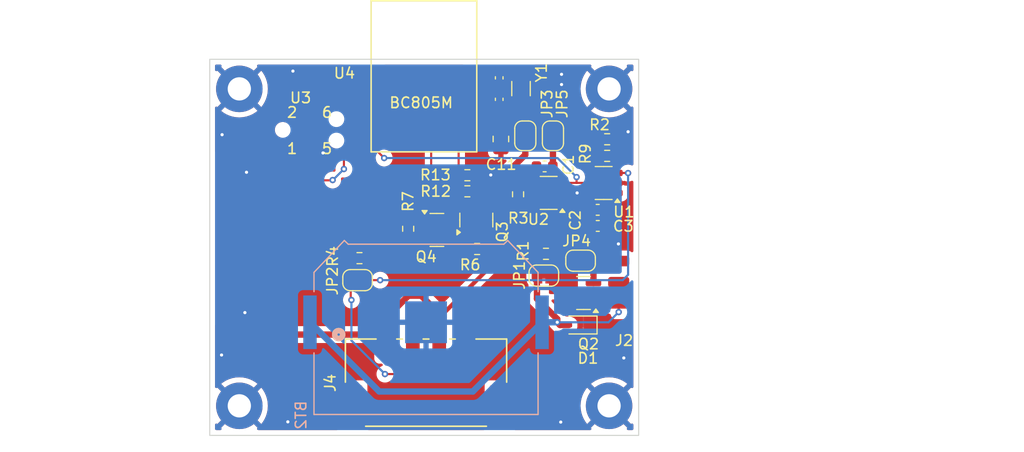
<source format=kicad_pcb>
(kicad_pcb (version 20240108) (generator "pcbnew") (generator_version "8.0")
  (layers (0 "F.Cu" signal) (31 "B.Cu" signal) (34 "B.Paste" user) (35 "F.Paste" user) (36 "B.SilkS" user "B.Silkscreen") (37 "F.SilkS" user "F.Silkscreen") (38 "B.Mask" user) (39 "F.Mask" user) (44 "Edge.Cuts" user))
  (net 0 "")
  (net 1 "+BATT")
  (net 2 "Net-(U2-CT)")
  (net 3 "GND")
  (net 4 "/Xa")
  (net 5 "/Xb")
  (net 6 "PWR_GATED")
  (net 7 "Net-(D1-A2)")
  (net 8 "/FLOW_SENSE")
  (net 9 "Net-(J2-Pin_3)")
  (net 10 "Net-(JP2-A)")
  (net 11 "/BATT_SENSE")
  (net 12 "Net-(Q3-G)")
  (net 13 "/SENSE_CTRL")
  (net 14 "Net-(U2-QOD)")
  (net 15 "/BATT_DIV")
  (net 16 "/DONE_SIGNAL")
  (net 17 "/NDRV")
  (net 18 "Net-(U3-NRST)")
  (net 20 "Net-(U3-SWDIO{slash}TMS)")
  (net 21 "Net-(U3-SWCLK{slash}TCK)")
  (net 23 "/VDD")
  (footprint "Package_TO_SOT_SMD:SOT-23-6" (layer "F.Cu") (at 32.0802 12.6492 180)
    (property "Reference" "U2" (at 0.9652 -2.5008 360) (layer "F.SilkS"))
    (property "Value" "TPS22917DBV")
    (pad "1" smd roundrect (at -1.1375 -0.95 180) (size 1.325 0.6) (layers "F.Cu" "F.Paste" "F.Mask") (net 1 "+BATT"))
    (pad "2" smd roundrect (at -1.1375 0 180) (size 1.325 0.6) (layers "F.Cu" "F.Paste" "F.Mask") (net 3 "GND"))
    (pad "3" smd roundrect (at -1.1375 0.95 180) (size 1.325 0.6) (layers "F.Cu" "F.Paste" "F.Mask") (net 17 "/NDRV"))
    (pad "4" smd roundrect (at 1.1375 0.95 180) (size 1.325 0.6) (layers "F.Cu" "F.Paste" "F.Mask") (net 2 "Net-(U2-CT)"))
    (pad "5" smd roundrect (at 1.1375 0 180) (size 1.325 0.6) (layers "F.Cu" "F.Paste" "F.Mask") (net 14 "Net-(U2-QOD)"))
    (pad "6" smd roundrect (at 1.1375 -0.95 180) (size 1.325 0.6) (layers "F.Cu" "F.Paste" "F.Mask") (net 6 "PWR_GATED"))
  )
  (footprint "FloMon:Test_Wire_Pad_x4" (layer "F.Cu") (at 38.7096 25.098 90)
    (property "Reference" "J2" (at -1.5212 0.508 360) (layer "F.SilkS"))
    (property "Value" "Conn_01x04")
    (pad "1" smd roundrect (at 0 0 90) (size 1 2) (layers "F.Cu" "F.Paste" "F.Mask") (net 3 "GND"))
    (pad "2" smd roundrect (at 2 0 90) (size 1 2) (layers "F.Cu" "F.Paste" "F.Mask") (net 7 "Net-(D1-A2)"))
    (pad "3" smd roundrect (at 4 0 90) (size 1 2) (layers "F.Cu" "F.Paste" "F.Mask") (net 9 "Net-(J2-Pin_3)"))
    (pad "4" smd roundrect (at 6 0 90) (size 1 2) (layers "F.Cu" "F.Paste" "F.Mask") (net 3 "GND"))
  )
  (footprint "Package_TO_SOT_SMD:SOT-23-6" (layer "F.Cu") (at 37.2872 11.7094 180)
    (property "Reference" "U1" (at -1.9128 -2.7406 180) (layer "F.SilkS"))
    (property "Value" "TPL5111")
    (pad "1" smd roundrect (at -1.1375 -0.95 180) (size 1.325 0.6) (layers "F.Cu" "F.Paste" "F.Mask") (net 1 "+BATT"))
    (pad "2" smd roundrect (at -1.1375 0 180) (size 1.325 0.6) (layers "F.Cu" "F.Paste" "F.Mask") (net 3 "GND"))
    (pad "3" smd roundrect (at -1.1375 0.95 180) (size 1.325 0.6) (layers "F.Cu" "F.Paste" "F.Mask") (net 10 "Net-(JP2-A)"))
    (pad "4" smd roundrect (at 1.1375 0.95 180) (size 1.325 0.6) (layers "F.Cu" "F.Paste" "F.Mask") (net 16 "/DONE_SIGNAL"))
    (pad "5" smd roundrect (at 1.1375 0 180) (size 1.325 0.6) (layers "F.Cu" "F.Paste" "F.Mask") (net 17 "/NDRV"))
    (pad "6" smd roundrect (at 1.1375 -0.95 180) (size 1.325 0.6) (layers "F.Cu" "F.Paste" "F.Mask") (net 1 "+BATT"))
  )
  (footprint "Resistor_SMD:R_0603_1608Metric" (layer "F.Cu") (at 14.1732 18.8214)
    (property "Reference" "R4" (at -2.54 -0.1714 90) (layer "F.SilkS"))
    (property "Value" "330k")
    (pad "1" smd roundrect (at -0.825 0) (size 0.8 0.95) (layers "F.Cu" "F.Paste" "F.Mask") (net 8 "/FLOW_SENSE"))
    (pad "2" smd roundrect (at 0.825 0) (size 0.8 0.95) (layers "F.Cu" "F.Paste" "F.Mask") (net 3 "GND"))
  )
  (footprint "Capacitor_SMD:C_0402_1005Metric" (layer "F.Cu") (at 27.4 3.79 -90)
    (property "Reference" "C9" (hide yes))
    (property "Value" "12pF C0G")
    (pad "1" smd roundrect (at -0.48 0 270) (size 0.56 0.62) (layers "F.Cu" "F.Paste" "F.Mask") (net 3 "GND"))
    (pad "2" smd roundrect (at 0.48 0 270) (size 0.56 0.62) (layers "F.Cu" "F.Paste" "F.Mask") (net 4 "/Xa"))
  )
  (footprint "Resistor_SMD:R_0603_1608Metric" (layer "F.Cu") (at 29.1846 12.7762 -90)
    (property "Reference" "R3" (at 2.2606 -0.0254 180) (layer "F.SilkS"))
    (property "Value" "~")
    (pad "1" smd roundrect (at -0.825 0 270) (size 0.8 0.95) (layers "F.Cu" "F.Paste" "F.Mask") (net 14 "Net-(U2-QOD)"))
    (pad "2" smd roundrect (at 0.825 0 270) (size 0.8 0.95) (layers "F.Cu" "F.Paste" "F.Mask") (net 6 "PWR_GATED"))
  )
  (footprint "Capacitor_SMD:C_0603_1608Metric" (layer "F.Cu") (at 36.7284 15.7734)
    (property "Reference" "C3" (at 2.4216 0.0266 180) (layer "F.SilkS"))
    (property "Value" "100nF")
    (pad "1" smd roundrect (at -0.775 0) (size 0.9 0.95) (layers "F.Cu" "F.Paste" "F.Mask") (net 1 "+BATT"))
    (pad "2" smd roundrect (at 0.775 0) (size 0.9 0.95) (layers "F.Cu" "F.Paste" "F.Mask") (net 3 "GND"))
  )
  (footprint "Capacitor_SMD:C_0805_2012Metric" (layer "F.Cu") (at 27.559 7.5438 -90)
    (property "Reference" "C11" (at 2.413 -0.0254 0) (layer "F.SilkS"))
    (property "Value" "10uF")
    (pad "1" smd roundrect (at -0.95 0 270) (size 1 1.45) (layers "F.Cu" "F.Paste" "F.Mask") (net 23 "/VDD"))
    (pad "2" smd roundrect (at 0.95 0 270) (size 1 1.45) (layers "F.Cu" "F.Paste" "F.Mask") (net 3 "GND"))
  )
  (footprint "Capacitor_SMD:C_0603_1608Metric" (layer "F.Cu") (at 31.6992 10.1346 180)
    (property "Reference" "C1" (at -2.2508 0.1346 90) (layer "F.SilkS"))
    (property "Value" "~")
    (pad "1" smd roundrect (at -0.775 0 180) (size 0.9 0.95) (layers "F.Cu" "F.Paste" "F.Mask") (net 1 "+BATT"))
    (pad "2" smd roundrect (at 0.775 0 180) (size 0.9 0.95) (layers "F.Cu" "F.Paste" "F.Mask") (net 2 "Net-(U2-CT)"))
  )
  (footprint "Resistor_SMD:R_0603_1608Metric" (layer "F.Cu") (at 18.7819 16.0415 -90)
    (property "Reference" "R7" (at -2.5806 0.0067 90) (layer "F.SilkS"))
    (property "Value" "22k")
    (pad "1" smd roundrect (at -0.825 0 270) (size 0.8 0.95) (layers "F.Cu" "F.Paste" "F.Mask") (net 13 "/SENSE_CTRL"))
    (pad "2" smd roundrect (at 0.825 0 270) (size 0.8 0.95) (layers "F.Cu" "F.Paste" "F.Mask") (net 3 "GND"))
  )
  (footprint "FloMon:TC2030-IDC-NL" (layer "F.Cu") (at 9.4488 6.6802)
    (property "Reference" "U3" (at -0.8488 -3.0302 0) (layer "F.SilkS"))
    (property "Value" "TC2030")
    (fp_text user "5" (at 1.651 1.778 0) (layer "F.SilkS") (effects (font (thickness 0.153) (bold yes))))
    (fp_text user "6" (at 1.651 -1.651 0) (layer "F.SilkS") (effects (font (thickness 0.153))))
    (fp_text user "1" (at -1.651 1.778 0) (layer "F.SilkS") (effects (font (thickness 0.153))))
    (fp_text user "2" (at -1.651 -1.651 0) (layer "F.SilkS") (effects (font (thickness 0.153))))
    (pad "" np_thru_hole circle (at -2.54 0) (size 0.991 0.991) (drill 0.991) (layers "*.Cu" "*.Mask"))
    (pad "" np_thru_hole circle (at 2.54 -1.015) (size 0.991 0.991) (drill 0.991) (layers "*.Cu" "*.Mask"))
    (pad "" np_thru_hole circle (at 2.54 1.015) (size 0.991 0.991) (drill 0.991) (layers "*.Cu" "*.Mask"))
    (pad "1" smd circle (at -1.27 0.635) (size 0.787 0.787) (layers "F.Cu" "F.Mask") (net 1 "+BATT"))
    (pad "2" smd circle (at -1.27 -0.635) (size 0.787 0.787) (layers "F.Cu" "F.Mask") (net 20 "Net-(U3-SWDIO{slash}TMS)"))
    (pad "3" smd circle (at 0 0.635) (size 0.787 0.787) (layers "F.Cu" "F.Mask") (net 18 "Net-(U3-NRST)"))
    (pad "4" smd circle (at 0 -0.635) (size 0.787 0.787) (layers "F.Cu" "F.Mask") (net 21 "Net-(U3-SWCLK{slash}TCK)"))
    (pad "5" smd circle (at 1.27 0.635) (size 0.787 0.787) (layers "F.Cu" "F.Mask") (net 3 "GND"))
    (pad "6" smd circle (at 1.27 -0.635) (size 0.787 0.787) (layers "F.Cu" "F.Mask"))
  )
  (footprint "Package_TO_SOT_SMD:SOT-23" (layer "F.Cu") (at 21.4997 16.1544)
    (property "Reference" "Q4" (at -1.016 2.5456 360) (layer "F.SilkS"))
    (property "Value" "2N7002")
    (pad "1" smd roundrect (at -0.9375 -0.95) (size 1.475 0.6) (layers "F.Cu" "F.Paste" "F.Mask") (net 13 "/SENSE_CTRL"))
    (pad "2" smd roundrect (at -0.9375 0.95) (size 1.475 0.6) (layers "F.Cu" "F.Paste" "F.Mask") (net 3 "GND"))
    (pad "3" smd roundrect (at 0.9375 0) (size 1.475 0.6) (layers "F.Cu" "F.Paste" "F.Mask") (net 12 "Net-(Q3-G)"))
  )
  (footprint "Jumper:SolderJumper-2_P1.3mm_Bridged_RoundedPad1.0x1.5mm" (layer "F.Cu") (at 13.9954 20.9042 180)
    (property "Reference" "JP2" (at 2.3876 -0.0762 90) (layer "F.SilkS"))
    (property "Value" "~")
    (fp_poly (pts (xy 0.25 -0.3) (xy -0.25 -0.3) (xy -0.25 0.3) (xy 0.25 0.3)) (fill solid) (layer "F.Cu"))
    (pad "1" smd custom (at -0.65 0 180) (size 1 0.5) (layers "F.Cu" "F.Mask") (net 10 "Net-(JP2-A)") (options (clearance outline) (anchor rect)) (primitives (gr_circle (center 0 0.25) (end 0.5 0.25) (width 0) (fill yes)) (gr_circle (center 0 -0.25) (end 0.5 -0.25) (width 0) (fill yes)) (gr_poly (pts (xy 0.5 0.75) (xy 0 0.75) (xy 0 -0.75) (xy 0.5 -0.75)) (width 0) (fill yes))))
    (pad "2" smd custom (at 0.65 0 180) (size 1 0.5) (layers "F.Cu" "F.Mask") (net 8 "/FLOW_SENSE") (options (clearance outline) (anchor rect)) (primitives (gr_circle (center 0 0.25) (end 0.5 0.25) (width 0) (fill yes)) (gr_circle (center 0 -0.25) (end 0.5 -0.25) (width 0) (fill yes)) (gr_poly (pts (xy 0 0.75) (xy -0.5 0.75) (xy -0.5 -0.75) (xy 0 -0.75)) (width 0) (fill yes))))
  )
  (footprint "Capacitor_SMD:C_0402_1005Metric" (layer "F.Cu") (at 27.4 1.758 90)
    (property "Reference" "C10" (hide yes))
    (property "Value" "12pF C0G")
    (pad "1" smd roundrect (at -0.48 0 90) (size 0.56 0.62) (layers "F.Cu" "F.Paste" "F.Mask") (net 3 "GND"))
    (pad "2" smd roundrect (at 0.48 0 90) (size 0.56 0.62) (layers "F.Cu" "F.Paste" "F.Mask") (net 5 "/Xb"))
  )
  (footprint "Capacitor_SMD:C_0603_1608Metric" (layer "F.Cu") (at 36.7229 14.2494)
    (property "Reference" "C2" (at -2.1281 0.9906 -90) (layer "F.SilkS"))
    (property "Value" "100nF")
    (pad "1" smd roundrect (at -0.775 0) (size 0.9 0.95) (layers "F.Cu" "F.Paste" "F.Mask") (net 1 "+BATT"))
    (pad "2" smd roundrect (at 0.775 0) (size 0.9 0.95) (layers "F.Cu" "F.Paste" "F.Mask") (net 3 "GND"))
  )
  (footprint "Resistor_SMD:R_0603_1608Metric" (layer "F.Cu") (at 31.8249 18.4137)
    (property "Reference" "R1" (at -2.1577 -0.2637 90) (layer "F.SilkS"))
    (property "Value" "10R")
    (pad "1" smd roundrect (at -0.825 0) (size 0.8 0.95) (layers "F.Cu" "F.Paste" "F.Mask") (net 7 "Net-(D1-A2)"))
    (pad "2" smd roundrect (at 0.825 0) (size 0.8 0.95) (layers "F.Cu" "F.Paste" "F.Mask") (net 9 "Net-(J2-Pin_3)"))
  )
  (footprint "Resistor_SMD:R_0603_1608Metric" (layer "F.Cu") (at 25.3097 17.9578 180)
    (property "Reference" "R6" (at 0.6604 -1.4986 360) (layer "F.SilkS"))
    (property "Value" "22k")
    (pad "1" smd roundrect (at -0.825 0 180) (size 0.8 0.95) (layers "F.Cu" "F.Paste" "F.Mask") (net 1 "+BATT"))
    (pad "2" smd roundrect (at 0.825 0 180) (size 0.8 0.95) (layers "F.Cu" "F.Paste" "F.Mask") (net 12 "Net-(Q3-G)"))
  )
  (footprint "FloMon:CONN4_S4B-XH_JST" (layer "F.Cu") (at 20.4724 30.607 180)
    (property "Reference" "J4" (at 9.0678 -0.0254 90) (layer "F.SilkS"))
    (property "Value" "S4B-XH-SM4-TB")
    (pad "1" smd rect (at 3.75 4.549501 180) (size 1.2954 4.4958) (layers "F.Cu" "F.Paste" "F.Mask") (net 1 "+BATT"))
    (pad "2" smd rect (at 1.25 4.549501 180) (size 1.2954 4.4958) (layers "F.Cu" "F.Paste" "F.Mask") (net 8 "/FLOW_SENSE"))
    (pad "3" smd rect (at -1.25 4.549501 180) (size 1.2954 4.4958) (layers "F.Cu" "F.Paste" "F.Mask") (net 1 "+BATT"))
    (pad "4" smd rect (at -3.75 4.549501 180) (size 1.2954 4.4958) (layers "F.Cu" "F.Paste" "F.Mask") (net 8 "/FLOW_SENSE"))
    (pad "5" smd rect (at -6.949999 -2.240499 180) (size 1.8034 3.9116) (layers "F.Cu" "F.Paste" "F.Mask"))
    (pad "6" smd rect (at 6.949999 -2.240499 180) (size 1.8034 3.9116) (layers "F.Cu" "F.Paste" "F.Mask"))
  )
  (footprint "Jumper:SolderJumper-2_P1.3mm_Bridged_RoundedPad1.0x1.5mm" (layer "F.Cu") (at 31.623 20.4724 180)
    (property "Reference" "JP1" (at 2.3114 0.0254 90) (layer "F.SilkS"))
    (property "Value" "~")
    (fp_poly (pts (xy 0.25 -0.3) (xy -0.25 -0.3) (xy -0.25 0.3) (xy 0.25 0.3)) (fill solid) (layer "F.Cu"))
    (pad "1" smd custom (at -0.65 0 180) (size 1 0.5) (layers "F.Cu" "F.Mask") (net 9 "Net-(J2-Pin_3)") (options (clearance outline) (anchor rect)) (primitives (gr_circle (center 0 0.25) (end 0.5 0.25) (width 0) (fill yes)) (gr_circle (center 0 -0.25) (end 0.5 -0.25) (width 0) (fill yes)) (gr_poly (pts (xy 0.5 0.75) (xy 0 0.75) (xy 0 -0.75) (xy 0.5 -0.75)) (width 0) (fill yes))))
    (pad "2" smd custom (at 0.65 0 180) (size 1 0.5) (layers "F.Cu" "F.Mask") (net 7 "Net-(D1-A2)") (options (clearance outline) (anchor rect)) (primitives (gr_circle (center 0 0.25) (end 0.5 0.25) (width 0) (fill yes)) (gr_circle (center 0 -0.25) (end 0.5 -0.25) (width 0) (fill yes)) (gr_poly (pts (xy 0 0.75) (xy -0.5 0.75) (xy -0.5 -0.75) (xy 0 -0.75)) (width 0) (fill yes))))
  )
  (footprint "Diode_SMD:D_SOD-323" (layer "F.Cu") (at 35.05 25.15 180)
    (property "Reference" "D1" (at -0.75 -3.15 360) (layer "F.SilkS"))
    (property "Value" "5V")
    (pad "1" smd roundrect (at -1.05 0 180) (size 0.6 0.45) (layers "F.Cu" "F.Paste" "F.Mask") (net 3 "GND"))
    (pad "2" smd roundrect (at 1.05 0 180) (size 0.6 0.45) (layers "F.Cu" "F.Paste" "F.Mask") (net 7 "Net-(D1-A2)"))
  )
  (footprint "Jumper:SolderJumper-2_P1.3mm_Open_RoundedPad1.0x1.5mm" (layer "F.Cu") (at 32.4866 7.239 90)
    (property "Reference" "JP5" (at 3.0226 0.8634 90) (layer "F.SilkS"))
    (property "Value" "~")
    (pad "1" smd custom (at -0.65 0 90) (size 1 0.5) (layers "F.Cu" "F.Mask") (net 1 "+BATT") (options (clearance outline) (anchor rect)) (primitives (gr_circle (center 0 0.25) (end 0.5 0.25) (width 0) (fill yes)) (gr_circle (center 0 -0.25) (end 0.5 -0.25) (width 0) (fill yes)) (gr_poly (pts (xy 0.5 0.75) (xy 0 0.75) (xy 0 -0.75) (xy 0.5 -0.75)) (width 0) (fill yes))))
    (pad "2" smd custom (at 0.65 0 90) (size 1 0.5) (layers "F.Cu" "F.Mask") (net 23 "/VDD") (options (clearance outline) (anchor rect)) (primitives (gr_circle (center 0 0.25) (end 0.5 0.25) (width 0) (fill yes)) (gr_circle (center 0 -0.25) (end 0.5 -0.25) (width 0) (fill yes)) (gr_poly (pts (xy 0 0.75) (xy -0.5 0.75) (xy -0.5 -0.75) (xy 0 -0.75)) (width 0) (fill yes))))
  )
  (footprint "Resistor_SMD:R_0603_1608Metric" (layer "F.Cu") (at 24.384 12.4968 180)
    (property "Reference" "R12" (at 2.9972 0 360) (layer "F.SilkS"))
    (property "Value" "100k")
    (pad "1" smd roundrect (at -0.825 0 180) (size 0.8 0.95) (layers "F.Cu" "F.Paste" "F.Mask") (net 11 "/BATT_SENSE"))
    (pad "2" smd roundrect (at 0.825 0 180) (size 0.8 0.95) (layers "F.Cu" "F.Paste" "F.Mask") (net 15 "/BATT_DIV"))
  )
  (footprint "FloMon:Crystal_SMD_3215-2Pin_3.2x1.5mm" (layer "F.Cu") (at 29.464 2.774 90)
    (property "Reference" "Y1" (at 1.504 1.9304 90) (layer "F.SilkS"))
    (property "Value" "32.768kHz")
    (pad "1" smd rect (at 1.25 0 90) (size 1 1.8) (layers "F.Cu" "F.Paste" "F.Mask") (net 5 "/Xb"))
    (pad "2" smd rect (at -1.25 0 90) (size 1 1.8) (layers "F.Cu" "F.Paste" "F.Mask") (net 4 "/Xa"))
  )
  (footprint "Resistor_SMD:R_0603_1608Metric" (layer "F.Cu") (at 37.6174 9.144 180)
    (property "Reference" "R9" (at 2.0674 0.194 -90) (layer "F.SilkS"))
    (property "Value" "330k")
    (pad "1" smd roundrect (at -0.825 0 180) (size 0.8 0.95) (layers "F.Cu" "F.Paste" "F.Mask") (net 10 "Net-(JP2-A)"))
    (pad "2" smd roundrect (at 0.825 0 180) (size 0.8 0.95) (layers "F.Cu" "F.Paste" "F.Mask") (net 3 "GND"))
  )
  (footprint "FloMon:BC805M_No_Paste" (layer "F.Cu") (at 15.275 8.7625)
    (property "Reference" "U4" (at -2.5242 -7.4417 0) (layer "F.SilkS"))
    (property "Value" "BC805M" (hide yes))
    (fp_text user "BC805M" (at 4.7402 -4.6477 0) (layer "F.SilkS"))
    (pad "1" smd rect (at 0 -7.68) (size 1.5 0.7) (layers "F.Cu" "F.Paste" "F.Mask") (net 20 "Net-(U3-SWDIO{slash}TMS)"))
    (pad "2" smd rect (at 0 -6.58) (size 1.5 0.7) (layers "F.Cu" "F.Paste" "F.Mask") (net 21 "Net-(U3-SWCLK{slash}TCK)"))
    (pad "3" smd rect (at 0.05 -5.48) (size 1.5 0.7) (layers "F.Cu" "F.Paste" "F.Mask"))
    (pad "4" smd rect (at 0 -4.38) (size 1.5 0.7) (layers "F.Cu" "F.Paste" "F.Mask") (net 18 "Net-(U3-NRST)"))
    (pad "5" smd rect (at 0 -3.28) (size 1.5 0.7) (layers "F.Cu" "F.Paste" "F.Mask"))
    (pad "6" smd rect (at 0 -2.18) (size 1.5 0.7) (layers "F.Cu" "F.Paste" "F.Mask") (net 8 "/FLOW_SENSE"))
    (pad "7" smd rect (at 0 -1.08) (size 1.5 0.7) (layers "F.Cu" "F.Paste" "F.Mask") (net 17 "/NDRV"))
    (pad "8" smd rect (at 10 -1.08) (size 1.5 0.7) (layers "F.Cu" "F.Paste" "F.Mask") (net 3 "GND"))
    (pad "9" smd rect (at 10 -2.18) (size 1.5 0.7) (layers "F.Cu" "F.Paste" "F.Mask") (net 23 "/VDD"))
    (pad "10" smd rect (at 10 -3.28) (size 1.5 0.7) (layers "F.Cu" "F.Paste" "F.Mask") (net 15 "/BATT_DIV"))
    (pad "11" smd rect (at 10 -4.38) (size 1.5 0.7) (layers "F.Cu" "F.Paste" "F.Mask") (net 13 "/SENSE_CTRL"))
    (pad "12" smd rect (at 10.05 -5.48) (size 1.5 0.7) (layers "F.Cu" "F.Paste" "F.Mask") (net 16 "/DONE_SIGNAL"))
    (pad "13" smd rect (at 10 -6.58) (size 1.5 0.7) (layers "F.Cu" "F.Paste" "F.Mask") (net 4 "/Xa"))
    (pad "14" smd rect (at 10 -7.68) (size 1.5 0.7) (layers "F.Cu" "F.Paste" "F.Mask") (net 5 "/Xb"))
  )
  (footprint "MountingHole:MountingHole_2.2mm_M2_Pad" (layer "F.Cu") (at 37.8 32.8)
    (property "Reference" "H4" (hide yes))
    (property "Value" "M3")
    (pad "1" thru_hole circle (at 0 0) (size 4.4 4.4) (drill 2.2) (layers "*.Cu" "*.Mask") (net 3 "GND"))
  )
  (footprint "MountingHole:MountingHole_2.2mm_M2_Pad" (layer "F.Cu") (at 2.8 32.8)
    (property "Reference" "H3" (hide yes))
    (property "Value" "M3")
    (pad "1" thru_hole circle (at 0 0) (size 4.4 4.4) (drill 2.2) (layers "*.Cu" "*.Mask") (net 3 "GND"))
  )
  (footprint "Jumper:SolderJumper-2_P1.3mm_Open_RoundedPad1.0x1.5mm" (layer "F.Cu") (at 35.1028 19.0613)
    (property "Reference" "JP4" (at -0.381 -1.8655 180) (layer "F.SilkS"))
    (property "Value" "SolderJumper_2_Open")
    (pad "1" smd custom (at -0.65 0) (size 1 0.5) (layers "F.Cu" "F.Mask") (net 9 "Net-(J2-Pin_3)") (options (clearance outline) (anchor rect)) (primitives (gr_circle (center 0 0.25) (end 0.5 0.25) (width 0) (fill yes)) (gr_circle (center 0 -0.25) (end 0.5 -0.25) (width 0) (fill yes)) (gr_poly (pts (xy 0.5 0.75) (xy 0 0.75) (xy 0 -0.75) (xy 0.5 -0.75)) (width 0) (fill yes))))
    (pad "2" smd custom (at 0.65 0) (size 1 0.5) (layers "F.Cu" "F.Mask") (net 1 "+BATT") (options (clearance outline) (anchor rect)) (primitives (gr_circle (center 0 0.25) (end 0.5 0.25) (width 0) (fill yes)) (gr_circle (center 0 -0.25) (end 0.5 -0.25) (width 0) (fill yes)) (gr_poly (pts (xy 0 0.75) (xy -0.5 0.75) (xy -0.5 -0.75) (xy 0 -0.75)) (width 0) (fill yes))))
  )
  (footprint "Jumper:SolderJumper-2_P1.3mm_Bridged_RoundedPad1.0x1.5mm" (layer "F.Cu") (at 29.8704 7.239 90)
    (property "Reference" "JP3" (at 3.0226 2.0574 -90) (layer "F.SilkS"))
    (property "Value" "~")
    (fp_poly (pts (xy 0.25 -0.3) (xy -0.25 -0.3) (xy -0.25 0.3) (xy 0.25 0.3)) (fill solid) (layer "F.Cu"))
    (pad "1" smd custom (at -0.65 0 90) (size 1 0.5) (layers "F.Cu" "F.Mask") (net 6 "PWR_GATED") (options (clearance outline) (anchor rect)) (primitives (gr_circle (center 0 0.25) (end 0.5 0.25) (width 0) (fill yes)) (gr_circle (center 0 -0.25) (end 0.5 -0.25) (width 0) (fill yes)) (gr_poly (pts (xy 0.5 0.75) (xy 0 0.75) (xy 0 -0.75) (xy 0.5 -0.75)) (width 0) (fill yes))))
    (pad "2" smd custom (at 0.65 0 90) (size 1 0.5) (layers "F.Cu" "F.Mask") (net 23 "/VDD") (options (clearance outline) (anchor rect)) (primitives (gr_circle (center 0 0.25) (end 0.5 0.25) (width 0) (fill yes)) (gr_circle (center 0 -0.25) (end 0.5 -0.25) (width 0) (fill yes)) (gr_poly (pts (xy 0 0.75) (xy -0.5 0.75) (xy -0.5 -0.75) (xy 0 -0.75)) (width 0) (fill yes))))
  )
  (footprint "MountingHole:MountingHole_2.2mm_M2_Pad" (layer "F.Cu") (at 37.8 2.8)
    (property "Reference" "H2" (hide yes))
    (property "Value" "M3")
    (pad "1" thru_hole circle (at 0 0) (size 4.4 4.4) (drill 2.2) (layers "*.Cu" "*.Mask") (net 3 "GND"))
  )
  (footprint "Package_TO_SOT_SMD:SOT-23" (layer "F.Cu") (at 25.2335 15.2146 90)
    (property "Reference" "Q3" (at -1.1176 2.4525 90) (layer "F.SilkS"))
    (property "Value" "Q_PMOS_GSD")
    (pad "1" smd roundrect (at -0.9375 -0.95 90) (size 1.475 0.6) (layers "F.Cu" "F.Paste" "F.Mask") (net 12 "Net-(Q3-G)"))
    (pad "2" smd roundrect (at -0.9375 0.95 90) (size 1.475 0.6) (layers "F.Cu" "F.Paste" "F.Mask") (net 1 "+BATT"))
    (pad "3" smd roundrect (at 0.9375 0 90) (size 1.475 0.6) (layers "F.Cu" "F.Paste" "F.Mask") (net 11 "/BATT_SENSE"))
  )
  (footprint "Package_TO_SOT_SMD:SOT-23" (layer "F.Cu") (at 35.3822 22.1234 180)
    (property "Reference" "Q2" (at -0.4678 -4.8266 180) (layer "F.SilkS"))
    (property "Value" "Q_PMOS_GSD")
    (pad "1" smd roundrect (at -0.9375 -0.95 180) (size 1.475 0.6) (layers "F.Cu" "F.Paste" "F.Mask") (net 3 "GND"))
    (pad "2" smd roundrect (at -0.9375 0.95 180) (size 1.475 0.6) (layers "F.Cu" "F.Paste" "F.Mask") (net 1 "+BATT"))
    (pad "3" smd roundrect (at 0.9375 0 180) (size 1.475 0.6) (layers "F.Cu" "F.Paste" "F.Mask") (net 9 "Net-(J2-Pin_3)"))
  )
  (footprint "MountingHole:MountingHole_2.2mm_M2_Pad" (layer "F.Cu") (at 2.8 2.8)
    (property "Reference" "H1" (hide yes))
    (property "Value" "M3")
    (pad "1" thru_hole circle (at 0 0) (size 4.4 4.4) (drill 2.2) (layers "*.Cu" "*.Mask") (net 3 "GND"))
  )
  (footprint "Resistor_SMD:R_0603_1608Metric" (layer "F.Cu") (at 37.6174 7.5692 180)
    (property "Reference" "R2" (at 0.7174 1.3692 180) (layer "F.SilkS"))
    (property "Value" "330k")
    (pad "1" smd roundrect (at -0.825 0 180) (size 0.8 0.95) (layers "F.Cu" "F.Paste" "F.Mask") (net 10 "Net-(JP2-A)"))
    (pad "2" smd roundrect (at 0.825 0 180) (size 0.8 0.95) (layers "F.Cu" "F.Paste" "F.Mask") (net 3 "GND"))
  )
  (footprint "Resistor_SMD:R_0603_1608Metric" (layer "F.Cu") (at 24.384 10.9728)
    (property "Reference" "R13" (at -3.0226 -0.0254 180) (layer "F.SilkS"))
    (property "Value" "100k")
    (pad "1" smd roundrect (at -0.825 0) (size 0.8 0.95) (layers "F.Cu" "F.Paste" "F.Mask") (net 15 "/BATT_DIV"))
    (pad "2" smd roundrect (at 0.825 0) (size 0.8 0.95) (layers "F.Cu" "F.Paste" "F.Mask") (net 3 "GND"))
  )
  (footprint "3034TR:BAT_3034TR" (layer "B.Cu") (at 20.4724 24.892 180)
    (property "Reference" "BT2" (at 11.8364 -8.7884 90) (layer "B.SilkS") (effects (justify mirror)))
    (property "Value" "3034TR")
    (pad "N" smd rect (at 0 0 180) (size 3.96 3.96) (layers "B.Cu" "B.Mask") (net 3 "GND"))
    (pad "P1" smd rect (at -10.985 0 180) (size 1.27 5.08) (layers "B.Cu" "B.Paste" "B.Mask") (net 7 "Net-(D1-A2)"))
    (pad "P2" smd rect (at 10.985 0 180) (size 1.27 5.08) (layers "B.Cu" "B.Paste" "B.Mask") (net 7 "Net-(D1-A2)"))
  )
  (gr_rect (start 0 0) (end 40.6 35.6) (stroke (width 0.1)) (fill none) (layer "Edge.Cuts"))
  (segment (start 2.032 8.6106) (end 2.032 8.5852) (width 0.6) (layer "F.Cu") (net 1))
  (segment (start 21.7224 24.0846) (end 21.7224 26.057499) (width 0.6) (layer "F.Cu") (net 1))
  (segment (start 6.9088 8.5852) (end 8.1788 7.3152) (width 0.6) (layer "F.Cu") (net 1))
  (segment (start 32.4866 10.1222) (end 32.4742 10.1346) (width 0.6) (layer "F.Cu") (net 1))
  (segment (start 26.1835 16.1521) (end 26.1835 17.909) (width 0.2) (layer "F.Cu") (net 1))
  (segment (start 32.4866 7.889) (end 32.4866 10.1222) (width 0.6) (layer "F.Cu") (net 1))
  (segment (start 30.027599 16.1521) (end 34.6225 16.1521) (width 0.4) (layer "F.Cu") (net 1))
  (segment (start 21.7224 24.457299) (end 26.92525 19.25445) (width 0.4) (layer "F.Cu") (net 1))
  (segment (start 18.802299 22.3774) (end 20.0152 22.3774) (width 0.6) (layer "F.Cu") (net 1))
  (segment (start 36.3197 20.1304) (end 36.3197 21.1734) (width 0.6) (layer "F.Cu") (net 1))
  (segment (start 35.7528 19.0613) (end 36.322 19.6305) (width 0.6) (layer "F.Cu") (net 1))
  (segment (start 32.3444 13.5992) (end 33.2177 13.5992) (width 0.3) (layer "F.Cu") (net 1))
  (segment (start 32.4742 10.1346) (end 32.4742 10.528) (width 0.2) (layer "F.Cu") (net 1))
  (segment (start 16.7224 24.457299) (end 18.802299 22.3774) (width 0.6) (layer "F.Cu") (net 1))
  (segment (start 1.3208 24.5872) (end 1.3208 9.3218) (width 0.6) (layer "F.Cu") (net 1))
  (segment (start 36.322 20.1281) (end 36.3197 20.1304) (width 0.6) (layer "F.Cu") (net 1))
  (segment (start 32.0294 10.9728) (end 32.0294 13.2842) (width 0.3) (layer "F.Cu") (net 1))
  (segment (start 32.0294 13.2842) (end 32.3444 13.5992) (width 0.3) (layer "F.Cu") (net 1))
  (segment (start 32.4742 10.528) (end 32.0294 10.9728) (width 0.3) (layer "F.Cu") (net 1))
  (segment (start 36.322 19.6305) (end 36.322 20.1281) (width 0.6) (layer "F.Cu") (net 1))
  (segment (start 2.032 8.5852) (end 6.9088 8.5852) (width 0.6) (layer "F.Cu") (net 1))
  (segment (start 36.1497 12.6594) (end 36.1497 14.0476) (width 0.6) (layer "F.Cu") (net 1))
  (segment (start 26.1835 17.909) (end 26.1347 17.9578) (width 0.2) (layer "F.Cu") (net 1))
  (segment (start 16.7224 26.057499) (end 16.7224 24.457299) (width 0.6) (layer "F.Cu") (net 1))
  (segment (start 2.791099 26.057499) (end 1.3208 24.5872) (width 0.6) (layer "F.Cu") (net 1))
  (segment (start 38.4247 12.6594) (end 36.1497 12.6594) (width 0.6) (layer "F.Cu") (net 1))
  (segment (start 26.1347 18.4639) (end 26.92525 19.25445) (width 0.2) (layer "F.Cu") (net 1))
  (segment (start 16.7224 26.057499) (end 2.791099 26.057499) (width 0.6) (layer "F.Cu") (net 1))
  (segment (start 36.1497 14.0476) (end 35.9479 14.2494) (width 0.6) (layer "F.Cu") (net 1))
  (segment (start 20.0152 22.3774) (end 21.7224 24.0846) (width 0.6) (layer "F.Cu") (net 1))
  (segment (start 21.7224 26.057499) (end 21.7224 24.457299) (width 0.4) (layer "F.Cu") (net 1))
  (segment (start 26.92525 19.25445) (end 30.027599 16.1521) (width 0.4) (layer "F.Cu") (net 1))
  (segment (start 26.1347 17.9578) (end 26.1347 18.4639) (width 0.2) (layer "F.Cu") (net 1))
  (segment (start 1.3208 9.3218) (end 2.032 8.6106) (width 0.6) (layer "F.Cu") (net 1))
  (segment (start 30.9242 11.6807) (end 30.9427 11.6992) (width 0.2) (layer "F.Cu") (net 2))
  (segment (start 30.9242 10.1346) (end 30.9242 11.6807) (width 0.2) (layer "F.Cu") (net 2))
  (segment (start 33.2177 12.6492) (end 34.7726 12.6492) (width 0.2) (layer "F.Cu") (net 3))
  (segment (start 27.4 2.774) (end 27.4 3.31) (width 0.2) (layer "F.Cu") (net 3))
  (segment (start 27.559 8.4938) (end 26.4562 8.4938) (width 0.2) (layer "F.Cu") (net 3))
  (segment (start 10.7188 7.3152) (end 10.7188 8.8646) (width 0.4) (layer "F.Cu") (net 3))
  (segment (start 27.4 2.238) (end 27.4 2.774) (width 0.2) (layer "F.Cu") (net 3))
  (segment (start 26.4562 8.4938) (end 26.15 8.8) (width 0.2) (layer "F.Cu") (net 3))
  (segment (start 25.275 8.375) (end 25.275 7.6825) (width 0.2) (layer "F.Cu") (net 3))
  (segment (start 25.7 8.8) (end 25.275 8.375) (width 0.2) (layer "F.Cu") (net 3))
  (segment (start 26.15 8.8) (end 25.7 8.8) (width 0.2) (layer "F.Cu") (net 3))
  (segment (start 27.4 2.774) (end 28.448 2.774) (width 0.2) (layer "F.Cu") (net 3))
  (via (at 26.6 10.95) (size 0.6) (drill 0.3) (layers "F.Cu" "B.Cu") (net 3))
  (via (at 3.4798 10.6934) (size 0.6) (drill 0.3) (layers "F.Cu" "B.Cu") (net 3))
  (via (at 33.2994 2.3876) (size 0.6) (drill 0.3) (layers "F.Cu" "B.Cu") (net 3))
  (via (at 10.7188 8.8646) (size 0.6) (drill 0.3) (layers "F.Cu" "B.Cu") (net 3))
  (via (at 1.1176 27.9908) (size 0.6) (drill 0.3) (layers "F.Cu" "B.Cu") (net 3))
  (via (at 39.1922 28.2702) (size 0.6) (drill 0.3) (layers "F.Cu" "B.Cu") (net 3))
  (via (at 33.2994 1.4224) (size 0.6) (drill 0.3) (layers "F.Cu" "B.Cu") (net 3))
  (via (at 34.7726 12.6492) (size 0.6) (drill 0.3) (layers "F.Cu" "B.Cu") (net 3))
  (via (at 7.874 1.1176) (size 0.6) (drill 0.3) (layers "F.Cu" "B.Cu") (net 3))
  (via (at 7.3914 34.3154) (size 0.6) (drill 0.3) (layers "F.Cu" "B.Cu") (net 3))
  (via (at 3.3274 23.9776) (size 0.6) (drill 0.3) (layers "F.Cu" "B.Cu") (net 3))
  (via (at 33.2232 34.3408) (size 0.6) (drill 0.3) (layers "F.Cu" "B.Cu") (net 3))
  (via (at 38.6842 17.4752) (size 0.6) (drill 0.3) (layers "F.Cu" "B.Cu") (net 3))
  (via (at 1.1684 7.1374) (size 0.6) (drill 0.3) (layers "F.Cu" "B.Cu") (net 3))
  (via (at 39.5986 6.858) (size 0.6) (drill 0.3) (layers "F.Cu" "B.Cu") (net 3))
  (segment (start 27.968 4.27) (end 28.214 4.024) (width 0.2) (layer "F.Cu") (net 4))
  (segment (start 26.79 2.914) (end 26.79 3.66) (width 0.2) (layer "F.Cu") (net 4))
  (segment (start 27.4 4.27) (end 27.968 4.27) (width 0.2) (layer "F.Cu") (net 4))
  (segment (start 26.79 3.66) (end 27.4 4.27) (width 0.2) (layer "F.Cu") (net 4))
  (segment (start 26.0585 2.1825) (end 26.79 2.914) (width 0.2) (layer "F.Cu") (net 4))
  (segment (start 28.214 4.024) (end 29.464 4.024) (width 0.2) (layer "F.Cu") (net 4))
  (segment (start 25.275 2.1825) (end 26.0585 2.1825) (width 0.2) (layer "F.Cu") (net 4))
  (segment (start 27.968 1.278) (end 28.214 1.524) (width 0.2) (layer "F.Cu") (net 5))
  (segment (start 28.214 1.524) (end 29.464 1.524) (width 0.2) (layer "F.Cu") (net 5))
  (segment (start 25.275 1.0825) (end 26.2285 1.0825) (width 0.2) (layer "F.Cu") (net 5))
  (segment (start 26.424 1.278) (end 27.4 1.278) (width 0.2) (layer "F.Cu") (net 5))
  (segment (start 26.2285 1.0825) (end 26.424 1.278) (width 0.2) (layer "F.Cu") (net 5))
  (segment (start 27.4 1.278) (end 27.968 1.278) (width 0.2) (layer "F.Cu") (net 5))
  (segment (start 29.8704 7.889) (end 29.8704 9.0296) (width 0.6) (layer "F.Cu") (net 6))
  (segment (start 29.8704 9.0296) (end 28.7 10.2) (width 0.6) (layer "F.Cu") (net 6))
  (segment (start 27.65 11.25) (end 27.65 12.85) (width 0.6) (layer "F.Cu") (net 6))
  (segment (start 28.7 10.2) (end 27.65 11.25) (width 0.6) (layer "F.Cu") (net 6))
  (segment (start 32.893 24.5872) (end 32.893 24.892) (width 0.6) (layer "F.Cu") (net 7))
  (segment (start 38.7096 23.098) (end 38.7096 23.9268) (width 0.2) (layer "F.Cu") (net 7))
  (segment (start 33.151 25.15) (end 32.893 24.892) (width 0.6) (layer "F.Cu") (net 7))
  (segment (start 30.973 20.4724) (end 30.973 22.6672) (width 0.6) (layer "F.Cu") (net 7))
  (segment (start 30.973 20.4724) (end 30.973 18.4406) (width 0.6) (layer "F.Cu") (net 7))
  (segment (start 30.973 18.4406) (end 30.9999 18.4137) (width 0.6) (layer "F.Cu") (net 7))
  (segment (start 34 25.15) (end 33.151 25.15) (width 0.6) (layer "F.Cu") (net 7))
  (segment (start 30.973 22.6672) (end 32.893 24.5872) (width 0.6) (layer "F.Cu") (net 7))
  (via (at 38.7096 23.9268) (size 0.6) (drill 0.3) (layers "F.Cu" "B.Cu") (net 7))
  (via (at 32.893 24.892) (size 0.6) (drill 0.3) (layers "F.Cu" "B.Cu") (net 7))
  (segment (start 9.4874 24.892) (end 16.0406 31.4452) (width 0.6) (layer "B.Cu") (net 7))
  (segment (start 16.0406 31.4452) (end 24.9042 31.4452) (width 0.6) (layer "B.Cu") (net 7))
  (segment (start 38.7096 23.9268) (end 37.7444 24.892) (width 0.2) (layer "B.Cu") (net 7))
  (segment (start 31.4574 24.892) (end 32.893 24.892) (width 0.6) (layer "B.Cu") (net 7))
  (segment (start 24.9042 31.4452) (end 31.4574 24.892) (width 0.6) (layer "B.Cu") (net 7))
  (segment (start 37.7444 24.892) (end 32.893 24.892) (width 0.2) (layer "B.Cu") (net 7))
  (segment (start 13.3482 17.335) (end 13.3482 18.8214) (width 0.2) (layer "F.Cu") (net 8))
  (segment (start 14.325 6.5825) (end 13.9192 6.9883) (width 0.2) (layer "F.Cu") (net 8))
  (segment (start 13.9192 6.9883) (end 13.9192 16.764) (width 0.2) (layer "F.Cu") (net 8))
  (segment (start 18.5312 29.7942) (end 19.2224 29.103) (width 0.2) (layer "F.Cu") (net 8))
  (segment (start 19.2224 29.103) (end 19.2224 26.057499) (width 0.4) (layer "F.Cu") (net 8))
  (segment (start 13.3454 20.9042) (end 13.3454 22.718) (width 0.2) (layer "F.Cu") (net 8))
  (segment (start 19.9898 29.8704) (end 19.2224 29.103) (width 0.4) (layer "F.Cu") (net 8))
  (segment (start 23.3426 29.8704) (end 19.9898 29.8704) (width 0.4) (layer "F.Cu") (net 8))
  (segment (start 15.275 6.5825) (end 14.325 6.5825) (width 0.2) (layer "F.Cu") (net 8))
  (segment (start 13.9192 16.764) (end 13.3482 17.335) (width 0.2) (layer "F.Cu") (net 8))
  (segment (start 13.3454 22.718) (end 13.4112 22.7838) (width 0.2) (layer "F.Cu") (net 8))
  (segment (start 16.5862 29.7942) (end 18.5312 29.7942) (width 0.2) (layer "F.Cu") (net 8))
  (segment (start 24.2224 26.057499) (end 24.2224 28.9906) (width 0.4) (layer "F.Cu") (net 8))
  (segment (start 24.2224 28.9906) (end 23.3426 29.8704) (width 0.4) (layer "F.Cu") (net 8))
  (via (at 13.4112 22.7838) (size 0.6) (drill 0.3) (layers "F.Cu" "B.Cu") (net 8))
  (via (at 16.5862 29.7942) (size 0.6) (drill 0.3) (layers "F.Cu" "B.Cu") (net 8))
  (segment (start 13.4112 22.7838) (end 13.4112 26.6192) (width 0.2) (layer "B.Cu") (net 8))
  (segment (start 13.4112 26.6192) (end 16.5862 29.7942) (width 0.2) (layer "B.Cu") (net 8))
  (segment (start 34.4447 19.0694) (end 34.4528 19.0613) (width 0.6) (layer "F.Cu") (net 9))
  (segment (start 32.3238 21.1554) (end 32.321 21.1582) (width 0.2) (layer "F.Cu") (net 9))
  (segment (start 37.6842 22.1234) (end 38.7096 21.098) (width 0.2) (layer "F.Cu") (net 9))
  (segment (start 34.4447 22.1234) (end 37.6842 22.1234) (width 0.2) (layer "F.Cu") (net 9))
  (segment (start 39.5884 10.7594) (end 39.5986 10.7696) (width 0.2) (layer "F.Cu") (net 10))
  (segment (start 38.4247 10.7594) (end 39.5884 10.7594) (width 0.2) (layer "F.Cu") (net 10))
  (segment (start 38.4247 10.7594) (end 38.4247 9.1617) (width 0.2) (layer "F.Cu") (net 10))
  (segment (start 16.129 20.9042) (end 14.6454 20.9042) (width 0.2) (layer "F.Cu") (net 10))
  (segment (start 38.4247 9.1617) (end 38.4424 9.144) (width 0.2) (layer "F.Cu") (net 10))
  (segment (start 38.4424 7.5692) (end 38.4424 9.144) (width 0.2) (layer "F.Cu") (net 10))
  (via (at 16.129 20.9042) (size 0.6) (drill 0.3) (layers "F.Cu" "B.Cu") (net 10))
  (via (at 39.5986 10.7696) (size 0.6) (drill 0.3) (layers "F.Cu" "B.Cu") (net 10))
  (segment (start 39.0906 20.9042) (end 16.129 20.9042) (width 0.2) (layer "B.Cu") (net 10))
  (segment (start 39.5986 10.7696) (end 39.5986 20.3962) (width 0.2) (layer "B.Cu") (net 10))
  (segment (start 39.5986 20.3962) (end 39.0906 20.9042) (width 0.2) (layer "B.Cu") (net 10))
  (segment (start 25.209 14.2526) (end 25.2335 14.2771) (width 0.2) (layer "F.Cu") (net 11))
  (segment (start 25.209 12.4968) (end 25.209 14.2526) (width 0.2) (layer "F.Cu") (net 11))
  (segment (start 24.2835 17.1693) (end 24.2835 16.1521) (width 0.2) (layer "F.Cu") (net 12))
  (segment (start 24.4847 17.9578) (end 24.4847 17.3727) (width 0.2) (layer "F.Cu") (net 12))
  (segment (start 24.2835 16.1521) (end 22.4395 16.1521) (width 0.2) (layer "F.Cu") (net 12))
  (segment (start 24.2824 17.1704) (end 24.2835 17.1693) (width 0.2) (layer "F.Cu") (net 12))
  (segment (start 22.4395 16.1521) (end 22.4372 16.1544) (width 0.2) (layer "F.Cu") (net 12))
  (segment (start 24.4847 17.3727) (end 24.2824 17.1704) (width 0.2) (layer "F.Cu") (net 12))
  (segment (start 20.5501 15.2165) (end 20.5622 15.2044) (width 0.2) (layer "F.Cu") (net 13))
  (segment (start 20.5622 15.2044) (end 20.9584 14.8082) (width 0.2) (layer "F.Cu") (net 13))
  (segment (start 20.9584 7.7491) (end 24.325 4.3825) (width 0.2) (layer "F.Cu") (net 13))
  (segment (start 18.7819 15.2165) (end 20.5501 15.2165) (width 0.2) (layer "F.Cu") (net 13))
  (segment (start 24.325 4.3825) (end 25.275 4.3825) (width 0.2) (layer "F.Cu") (net 13))
  (segment (start 20.9584 14.8082) (end 20.9584 7.7491) (width 0.2) (layer "F.Cu") (net 13))
  (segment (start 29.1846 11.9512) (end 29.8826 12.6492) (width 0.2) (layer "F.Cu") (net 14))
  (segment (start 29.8826 12.6492) (end 30.9427 12.6492) (width 0.2) (layer "F.Cu") (net 14))
  (segment (start 23.559 10.9728) (end 23.559 6.2485) (width 0.2) (layer "F.Cu") (net 15))
  (segment (start 23.559 6.2485) (end 24.325 5.4825) (width 0.2) (layer "F.Cu") (net 15))
  (segment (start 23.559 10.9728) (end 23.559 12.4968) (width 0.2) (layer "F.Cu") (net 15))
  (segment (start 24.325 5.4825) (end 25.275 5.4825) (width 0.2) (layer "F.Cu") (net 15))
  (segment (start 25.325 3.2825) (end 25.7037 3.2825) (width 0.2) (layer "F.Cu") (net 16))
  (segment (start 34.036 5.6896) (end 33.4264 5.08) (width 0.2) (layer "F.Cu") (net 16))
  (segment (start 36.1497 10.7594) (end 35.7886 10.3983) (width 0.2) (layer "F.Cu") (net 16))
  (segment (start 35.7886 8.89) (end 34.036 7.1374) (width 0.2) (layer "F.Cu") (net 16))
  (segment (start 33.4264 5.08) (end 26.8732 5.08) (width 0.2) (layer "F.Cu") (net 16))
  (segment (start 26.5176 4.7244) (end 26.8732 5.08) (width 0.2) (layer "F.Cu") (net 16))
  (segment (start 35.7886 10.3983) (end 35.7886 8.89) (width 0.2) (layer "F.Cu") (net 16))
  (segment (start 26.5176 4.0964) (end 26.5176 4.7244) (width 0.2) (layer "F.Cu") (net 16))
  (segment (start 25.7037 3.2825) (end 26.5176 4.0964) (width 0.2) (layer "F.Cu") (net 16))
  (segment (start 34.036 7.1374) (end 34.036 5.6896) (width 0.2) (layer "F.Cu") (net 16))
  (segment (start 34.7218 11.6992) (end 36.1395 11.6992) (width 0.2) (layer "F.Cu") (net 17))
  (segment (start 33.2177 11.6992) (end 34.7218 11.6992) (width 0.2) (layer "F.Cu") (net 17))
  (segment (start 15.275 8.1122) (end 16.51 9.3472) (width 0.2) (layer "F.Cu") (net 17))
  (segment (start 15.275 7.6825) (end 15.275 8.1122) (width 0.2) (layer "F.Cu") (net 17))
  (segment (start 36.1395 11.6992) (end 36.1497 11.7094) (width 0.2) (layer "F.Cu") (net 17))
  (segment (start 34.7218 11.6992) (end 34.7218 11.1506) (width 0.2) (layer "F.Cu") (net 17))
  (via (at 16.51 9.3472) (size 0.6) (drill 0.3) (layers "F.Cu" "B.Cu") (net 17))
  (via (at 34.7218 11.1506) (size 0.6) (drill 0.3) (layers "F.Cu" "B.Cu") (net 17))
  (segment (start 34.7218 11.1506) (end 32.9184 9.3472) (width 0.2) (layer "B.Cu") (net 17))
  (segment (start 32.9184 9.3472) (end 16.51 9.3472) (width 0.2) (layer "B.Cu") (net 17))
  (segment (start 14.2357 4.3825) (end 14.224 4.3942) (width 0.2) (layer "F.Cu") (net 18))
  (segment (start 11.6078 11.4554) (end 11.6332 11.43) (width 0.2) (layer "F.Cu") (net 18))
  (segment (start 13.4112 5.0292) (end 13.4112 8.2296) (width 0.2) (layer "F.Cu") (net 18))
  (segment (start 12.7 8.9408) (end 13.4112 8.2296) (width 0.2) (layer "F.Cu") (net 18))
  (segment (start 15.275 4.3825) (end 14.2357 4.3825) (width 0.2) (layer "F.Cu") (net 18))
  (segment (start 14.224 4.3942) (end 14.0462 4.3942) (width 0.2) (layer "F.Cu") (net 18))
  (segment (start 9.4488 7.3152) (end 9.4488 11.176) (width 0.2) (layer "F.Cu") (net 18))
  (segment (start 14.0462 4.3942) (end 13.4112 5.0292) (width 0.2) (layer "F.Cu") (net 18))
  (segment (start 9.7282 11.4554) (end 11.6078 11.4554) (width 0.2) (layer "F.Cu") (net 18))
  (segment (start 9.4488 11.176) (end 9.7282 11.4554) (width 0.2) (layer "F.Cu") (net 18))
  (segment (start 12.7 10.3886) (end 12.7 8.9408) (width 0.2) (layer "F.Cu") (net 18))
  (via (at 12.7 10.3886) (size 0.6) (drill 0.3) (layers "F.Cu" "B.Cu") (net 18))
  (via (at 11.6332 11.43) (size 0.6) (drill 0.3) (layers "F.Cu" "B.Cu") (net 18))
  (segment (start 11.6332 11.43) (end 11.6586 11.43) (width 0.2) (layer "B.Cu") (net 18))
  (segment (start 11.6586 11.43) (end 12.7 10.3886) (width 0.2) (layer "B.Cu") (net 18))
  (segment (start 8.1788 6.0452) (end 13.1415 1.0825) (width 0.2) (layer "F.Cu") (net 20))
  (segment (start 13.1415 1.0825) (end 15.275 1.0825) (width 0.2) (layer "F.Cu") (net 20))
  (segment (start 9.4488 6.0452) (end 13.3115 2.1825) (width 0.2) (layer "F.Cu") (net 21))
  (segment (start 13.3115 2.1825) (end 15.275 2.1825) (width 0.2) (layer "F.Cu") (net 21))
  (zone (net 1) (net_name "+BATT") (layer "F.Cu") (priority 1) (connect_pads yes (clearance 0.5)) (min_thickness 0.25) (fill yes (thermal_gap 0.5) (thermal_bridge_width 0.5))
    (polygon (pts (xy 36.2712 13.4366) (xy 36.4744 17.8054) (xy 36.449 18.9484) (xy 35.4584 18.9484) (xy 35.4838 17.5768) (xy 33.1978 14.5542) (xy 33.2232 13.4366) (xy 36.2712 13.4366)))
  )
  (zone (net 9) (net_name "Net-(J2-Pin_3)") (layer "F.Cu") (priority 3) (connect_pads yes (clearance 0.5)) (min_thickness 0.25) (fill yes (thermal_gap 0.5) (thermal_bridge_width 0.5))
    (polygon (pts (xy 32.1056 18.415) (xy 34.8488 18.415) (xy 34.8488 22.225) (xy 32.1056 22.225)))
  )
  (zone (net 23) (net_name "/VDD") (layer "F.Cu") (priority 4) (connect_pads yes (clearance 0.5)) (min_thickness 0.25) (fill yes (thermal_gap 0.5) (thermal_bridge_width 0.5))
    (polygon (pts (xy 25.25 6.55) (xy 26.55 6.55) (xy 27 5.65) (xy 33.35 5.65) (xy 33.35 7) (xy 25.25 7)))
  )
  (zone (net 6) (net_name "PWR_GATED") (layer "F.Cu") (priority 5) (connect_pads yes (clearance 0.5)) (min_thickness 0.25) (fill yes (thermal_gap 0.5) (thermal_bridge_width 0.5))
    (polygon (pts (xy 31.5 13.4) (xy 31.95 13.95) (xy 31.95 15.2) (xy 27.95 15.15) (xy 27.2 14.35) (xy 27.2 12.6) (xy 28.2 12.6) (xy 29.25 13.4)))
  )
  (zone (net 3) (net_name "GND") (layer "F.Cu") (priority 2) (connect_pads yes (clearance 0.5)) (min_thickness 0.25) (fill yes (thermal_gap 0.5) (thermal_bridge_width 0.5))
    (polygon (pts (xy 36.6776 22.8124) (xy 38.608 24.8158) (xy 38.608 26.0858) (xy 35.3568 26.0858) (xy 35.3568 22.8124)))
  )
  (zone (net 3) (net_name "GND") (layers "F&B.Cu") (connect_pads (clearance 0.5)) (min_thickness 0.25) (fill yes (thermal_gap 0.5) (thermal_bridge_width 0.5))
    (polygon (pts (xy 0.25 0.35) (xy 40.45 0.25) (xy 40.5 35.2) (xy 0.3 35.3)))
  )
)
</source>
